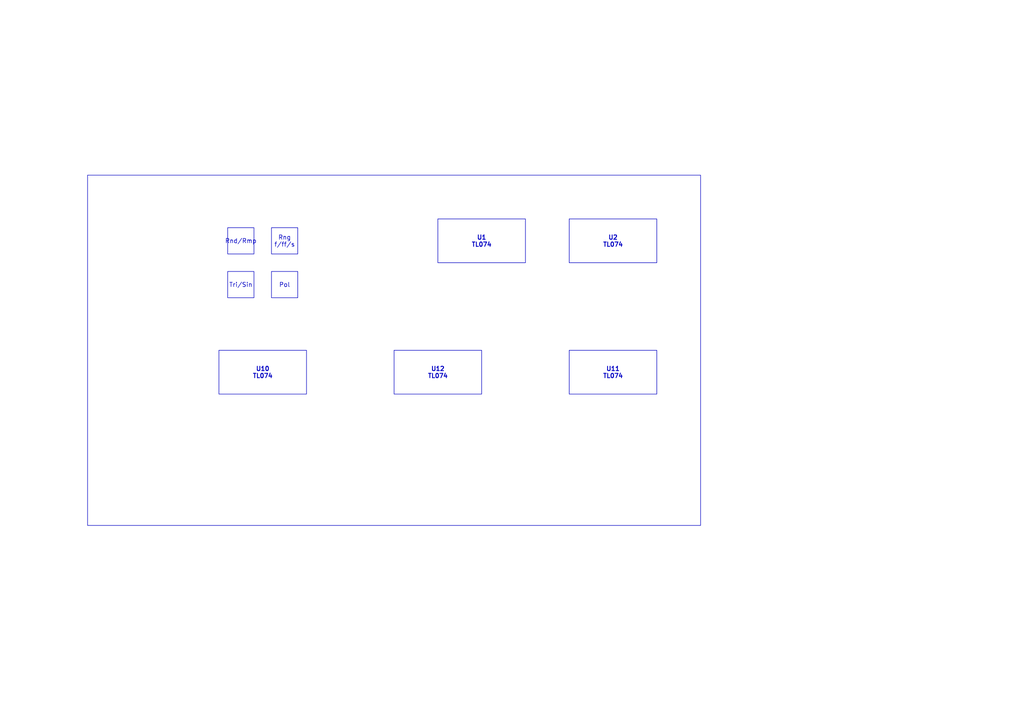
<source format=kicad_sch>
(kicad_sch
	(version 20250114)
	(generator "eeschema")
	(generator_version "9.0")
	(uuid "2c552e7e-eeaf-47d1-9dae-4bbf96627046")
	(paper "A4")
	(title_block
		(company "DMH Instruments")
		(comment 1 "PCB for 10cm Kosmo format synthesizer module")
	)
	(lib_symbols)
	(rectangle
		(start 25.4 50.8)
		(end 203.2 152.4)
		(stroke
			(width 0)
			(type default)
		)
		(fill
			(type none)
		)
		(uuid 6cdb007a-d11b-4cfc-8837-1da18fc54bde)
	)
	(text_box "U1\nTL074"
		(exclude_from_sim no)
		(at 127 63.5 0)
		(size 25.4 12.7)
		(margins 0.9525 0.9525 0.9525 0.9525)
		(stroke
			(width 0)
			(type solid)
		)
		(fill
			(type none)
		)
		(effects
			(font
				(size 1.27 1.27)
				(thickness 0.254)
				(bold yes)
			)
		)
		(uuid "11d45238-6994-47b1-bd28-5a213a450044")
	)
	(text_box "Tri/Sin"
		(exclude_from_sim no)
		(at 66.04 78.74 0)
		(size 7.62 7.62)
		(margins 0.9525 0.9525 0.9525 0.9525)
		(stroke
			(width 0)
			(type solid)
		)
		(fill
			(type none)
		)
		(effects
			(font
				(size 1.27 1.27)
			)
		)
		(uuid "2fd1f2d3-cc32-4c85-92d5-963d6c94f691")
	)
	(text_box "U10\nTL074"
		(exclude_from_sim no)
		(at 63.5 101.6 0)
		(size 25.4 12.7)
		(margins 0.9525 0.9525 0.9525 0.9525)
		(stroke
			(width 0)
			(type solid)
		)
		(fill
			(type none)
		)
		(effects
			(font
				(size 1.27 1.27)
				(thickness 0.254)
				(bold yes)
			)
		)
		(uuid "a7d74aa1-d956-4392-8e65-7841e8ea2528")
	)
	(text_box "Rng\nf/ff/s"
		(exclude_from_sim no)
		(at 78.74 66.04 0)
		(size 7.62 7.62)
		(margins 0.9525 0.9525 0.9525 0.9525)
		(stroke
			(width 0)
			(type solid)
		)
		(fill
			(type none)
		)
		(effects
			(font
				(size 1.27 1.27)
			)
		)
		(uuid "b29546c4-73a3-434f-947f-87556a4eb30a")
	)
	(text_box "U12\nTL074"
		(exclude_from_sim no)
		(at 114.3 101.6 0)
		(size 25.4 12.7)
		(margins 0.9525 0.9525 0.9525 0.9525)
		(stroke
			(width 0)
			(type solid)
		)
		(fill
			(type none)
		)
		(effects
			(font
				(size 1.27 1.27)
				(thickness 0.254)
				(bold yes)
			)
		)
		(uuid "c5d2abf4-55b3-4bcf-b1dd-878b642c8fba")
	)
	(text_box "U2\nTL074"
		(exclude_from_sim no)
		(at 165.1 63.5 0)
		(size 25.4 12.7)
		(margins 0.9525 0.9525 0.9525 0.9525)
		(stroke
			(width 0)
			(type solid)
		)
		(fill
			(type none)
		)
		(effects
			(font
				(size 1.27 1.27)
				(thickness 0.254)
				(bold yes)
			)
		)
		(uuid "d3106787-cdad-4dfc-b449-b93bd0f588c0")
	)
	(text_box "U11\nTL074"
		(exclude_from_sim no)
		(at 165.1 101.6 0)
		(size 25.4 12.7)
		(margins 0.9525 0.9525 0.9525 0.9525)
		(stroke
			(width 0)
			(type solid)
		)
		(fill
			(type none)
		)
		(effects
			(font
				(size 1.27 1.27)
				(thickness 0.254)
				(bold yes)
			)
		)
		(uuid "e149e470-4d06-472c-8746-bfdaac7532a5")
	)
	(text_box "Pol"
		(exclude_from_sim no)
		(at 78.74 78.74 0)
		(size 7.62 7.62)
		(margins 0.9525 0.9525 0.9525 0.9525)
		(stroke
			(width 0)
			(type solid)
		)
		(fill
			(type none)
		)
		(effects
			(font
				(size 1.27 1.27)
			)
		)
		(uuid "e1e6e526-81e0-4316-bfac-2e401827eb9b")
	)
	(text_box "Rnd/Rmp"
		(exclude_from_sim no)
		(at 66.04 66.04 0)
		(size 7.62 7.62)
		(margins 0.9525 0.9525 0.9525 0.9525)
		(stroke
			(width 0)
			(type solid)
		)
		(fill
			(type none)
		)
		(effects
			(font
				(size 1.27 1.27)
			)
		)
		(uuid "eebc6d51-bd3c-4ac6-a072-588d3d2f3492")
	)
)

</source>
